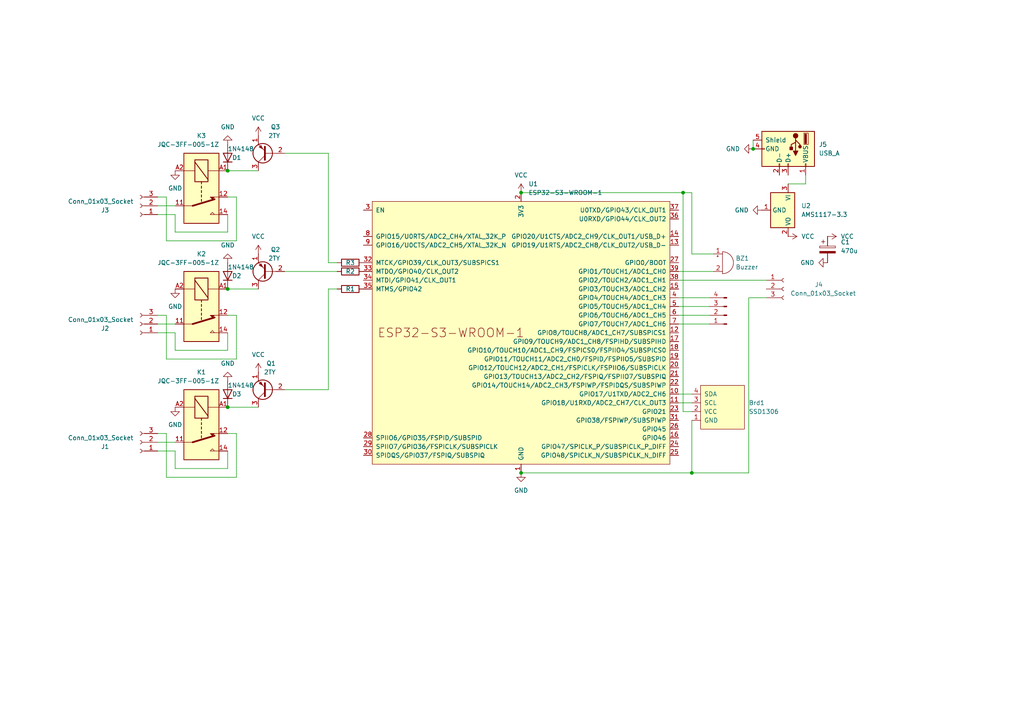
<source format=kicad_sch>
(kicad_sch (version 20250114) (generator "eeschema") (generator_version "9.0")
  (paper "A4")
  (lib_symbols
    (symbol "Connector:Conn_01x03_Socket" (pin_names (offset 1.016) (hide yes))
      (property "Reference" "J" (at 0 5.08 0))
      (property "Value" "Conn_01x03_Socket" (at 0 -5.08 0))
      (symbol "Conn_01x03_Socket_1_1"
        (polyline (pts (xy -1.27 2.54) (xy -0.508 2.54)) (stroke (width 0.1524)))
        (polyline (pts (xy -1.27 0) (xy -0.508 0)) (stroke (width 0.1524)))
        (polyline (pts (xy -1.27 -2.54) (xy -0.508 -2.54)) (stroke (width 0.1524)))
        (arc (start 0 2.032) (mid -0.5058 2.54) (end 0 3.048) (stroke (width 0.1524)))
        (arc (start 0 -0.508) (mid -0.5058 0) (end 0 0.508) (stroke (width 0.1524)))
        (arc (start 0 -3.048) (mid -0.5058 -2.54) (end 0 -2.032) (stroke (width 0.1524)))
        (pin passive line (at -5.08 2.54 0) (length 3.81) (name "Pin_1") (number "1"))
        (pin passive line (at -5.08 0 0) (length 3.81) (name "Pin_2") (number "2"))
        (pin passive line (at -5.08 -2.54 0) (length 3.81) (name "Pin_3") (number "3"))
      )
    )
    (symbol "Connector:Conn_01x04_Pin" (pin_names (offset 1.016) (hide yes))
      (property "Reference" "J" (at 0 5.08 0))
      (property "Value" "Conn_01x04_Pin" (at 0 -7.62 0))
      (symbol "Conn_01x04_Pin_1_1"
        (rectangle (start 0.8636 2.667) (end 0 2.413) (stroke (width 0.1524)) (fill (type outline)))
        (rectangle (start 0.8636 0.127) (end 0 -0.127) (stroke (width 0.1524)) (fill (type outline)))
        (rectangle (start 0.8636 -2.413) (end 0 -2.667) (stroke (width 0.1524)) (fill (type outline)))
        (rectangle (start 0.8636 -4.953) (end 0 -5.207) (stroke (width 0.1524)) (fill (type outline)))
        (polyline (pts (xy 1.27 2.54) (xy 0.8636 2.54)) (stroke (width 0.1524)))
        (polyline (pts (xy 1.27 0) (xy 0.8636 0)) (stroke (width 0.1524)))
        (polyline (pts (xy 1.27 -2.54) (xy 0.8636 -2.54)) (stroke (width 0.1524)))
        (polyline (pts (xy 1.27 -5.08) (xy 0.8636 -5.08)) (stroke (width 0.1524)))
        (pin passive line (at 5.08 2.54 180) (length 3.81) (name "Pin_1") (number "1"))
        (pin passive line (at 5.08 0 180) (length 3.81) (name "Pin_2") (number "2"))
        (pin passive line (at 5.08 -2.54 180) (length 3.81) (name "Pin_3") (number "3"))
        (pin passive line (at 5.08 -5.08 180) (length 3.81) (name "Pin_4") (number "4"))
      )
    )
    (symbol "Connector:USB_A" (pin_names (offset 1.016))
      (property "Reference" "J" (at -5.08 11.43 0))
      (property "Value" "USB_A" (at -5.08 8.89 0))
      (symbol "USB_A_0_1"
        (rectangle (start -5.08 -7.62) (end 5.08 7.62) (stroke (width 0.254)) (fill (type background)))
        (circle (center -3.81 2.159) (radius 0.635) (stroke (width 0.254)) (fill (type outline)))
        (polyline (pts (xy -3.175 2.159) (xy -2.54 2.159) (xy -1.27 3.429) (xy -0.635 3.429)) (stroke (width 0.254)))
        (polyline (pts (xy -2.54 2.159) (xy -1.905 2.159) (xy -1.27 0.889) (xy 0 0.889)) (stroke (width 0.254)))
        (rectangle (start -1.524 4.826) (end -4.318 5.334) (fill (type outline)))
        (rectangle (start -1.27 4.572) (end -4.572 5.842))
        (circle (center -0.635 3.429) (radius 0.381) (stroke (width 0.254)) (fill (type outline)))
        (rectangle (start -0.127 -7.62) (end 0.127 -6.858))
        (rectangle (start 0.254 1.27) (end -0.508 0.508) (stroke (width 0.254)) (fill (type outline)))
        (polyline (pts (xy 0.635 2.794) (xy 0.635 1.524) (xy 1.905 2.159) (xy 0.635 2.794)) (stroke (width 0.254)) (fill (type outline)))
        (rectangle (start 5.08 4.953) (end 4.318 5.207))
        (rectangle (start 5.08 -0.127) (end 4.318 0.127))
        (rectangle (start 5.08 -2.667) (end 4.318 -2.413))
      )
      (symbol "USB_A_1_1"
        (polyline (pts (xy -1.905 2.159) (xy 0.635 2.159)) (stroke (width 0.254)))
        (pin passive line (at -2.54 -10.16 90) (length 2.54) (name "Shield") (number "5"))
        (pin power_in line (at 0 -10.16 90) (length 2.54) (name "GND") (number "4"))
        (pin power_in line (at 7.62 5.08 180) (length 2.54) (name "VBUS") (number "1"))
        (pin bidirectional line (at 7.62 0 180) (length 2.54) (name "D+") (number "3"))
        (pin bidirectional line (at 7.62 -2.54 180) (length 2.54) (name "D-") (number "2"))
      )
    )
    (symbol "Device:Buzzer" (pin_names (offset 0.0254) (hide yes))
      (property "Reference" "BZ" (at 3.81 1.27 0))
      (property "Value" "Buzzer" (at 3.81 -1.27 0))
      (symbol "Buzzer_0_1"
        (polyline (pts (xy -1.651 1.905) (xy -1.143 1.905)))
        (polyline (pts (xy -1.397 2.159) (xy -1.397 1.651)))
        (arc (start 0 3.175) (mid 3.1612 0) (end 0 -3.175))
        (polyline (pts (xy 0 3.175) (xy 0 -3.175)))
      )
      (symbol "Buzzer_1_1"
        (pin passive line (at -2.54 2.54 0) (length 2.54) (name "+") (number "1"))
        (pin passive line (at -2.54 -2.54 0) (length 2.54) (name "-") (number "2"))
      )
    )
    (symbol "Device:C_Polarized" (pin_numbers (hide yes)) (pin_names (offset 0.254))
      (property "Reference" "C" (at 0.635 2.54 0))
      (property "Value" "C_Polarized" (at 0.635 -2.54 0))
      (symbol "C_Polarized_0_1"
        (rectangle (start -2.286 0.508) (end 2.286 1.016))
        (polyline (pts (xy -1.778 2.286) (xy -0.762 2.286)))
        (polyline (pts (xy -1.27 2.794) (xy -1.27 1.778)))
        (rectangle (start 2.286 -0.508) (end -2.286 -1.016) (fill (type outline)))
      )
      (symbol "C_Polarized_1_1"
        (pin passive line (at 0 3.81 270) (length 2.794) (name "~") (number "1"))
        (pin passive line (at 0 -3.81 90) (length 2.794) (name "~") (number "2"))
      )
    )
    (symbol "Device:R" (pin_numbers (hide yes)) (pin_names (offset 0))
      (property "Reference" "R" (at 2.032 0 90))
      (property "Value" "R" (at 0 0 90))
      (symbol "R_0_1"
        (rectangle (start -1.016 -2.54) (end 1.016 2.54) (stroke (width 0.254)))
      )
      (symbol "R_1_1"
        (pin passive line (at 0 3.81 270) (length 1.27) (name "~") (number "1"))
        (pin passive line (at 0 -3.81 90) (length 1.27) (name "~") (number "2"))
      )
    )
    (symbol "Diode:1N4148W" (pin_numbers (hide yes)) (pin_names (hide yes))
      (property "Reference" "D" (at 0 2.54 0))
      (property "Value" "1N4148W" (at 0 -2.54 0))
      (symbol "1N4148W_0_1"
        (polyline (pts (xy -1.27 1.27) (xy -1.27 -1.27)) (stroke (width 0.254)))
        (polyline (pts (xy 1.27 1.27) (xy 1.27 -1.27) (xy -1.27 0) (xy 1.27 1.27)) (stroke (width 0.254)))
        (polyline (pts (xy 1.27 0) (xy -1.27 0)))
      )
      (symbol "1N4148W_1_1"
        (pin passive line (at -3.81 0 0) (length 2.54) (name "K") (number "1"))
        (pin passive line (at 3.81 0 180) (length 2.54) (name "A") (number "2"))
      )
    )
    (symbol "PCM_Espressif:ESP32-S3-WROOM-1" (pin_names (offset 1.016))
      (property "Reference" "U" (at -43.18 43.18 0))
      (property "Value" "ESP32-S3-WROOM-1" (at -43.18 40.64 0))
      (symbol "ESP32-S3-WROOM-1_0_0"
        (text "ESP32-S3-WROOM-1" (at -20.32 0 0) (effects (font (size 2.54 2.54))))
        (pin input line (at -45.72 35.56 0) (length 2.54) (name "EN") (number "3"))
        (pin bidirectional line (at -45.72 27.94 0) (length 2.54) (name "GPIO15/U0RTS/ADC2_CH4/XTAL_32K_P") (number "8"))
        (pin bidirectional line (at -45.72 25.4 0) (length 2.54) (name "GPIO16/U0CTS/ADC2_CH5/XTAL_32K_N") (number "9"))
        (pin bidirectional line (at -45.72 20.32 0) (length 2.54) (name "MTCK/GPIO39/CLK_OUT3/SUBSPICS1") (number "32"))
        (pin bidirectional line (at -45.72 17.78 0) (length 2.54) (name "MTDO/GPIO40/CLK_OUT2") (number "33"))
        (pin bidirectional line (at -45.72 15.24 0) (length 2.54) (name "MTDI/GPIO41/CLK_OUT1") (number "34"))
        (pin bidirectional line (at -45.72 12.7 0) (length 2.54) (name "MTMS/GPIO42") (number "35"))
        (pin bidirectional line (at -45.72 -30.48 0) (length 2.54) (name "SPIIO6/GPIO35/FSPID/SUBSPID") (number "28"))
        (pin bidirectional line (at -45.72 -33.02 0) (length 2.54) (name "SPIIO7/GPIO36/FSPICLK/SUBSPICLK") (number "29"))
        (pin bidirectional line (at -45.72 -35.56 0) (length 2.54) (name "SPIDQS/GPIO37/FSPIQ/SUBSPIQ") (number "30"))
        (pin power_in line (at 0 40.64 270) (length 2.54) (name "3V3") (number "2"))
        (pin power_in line (at 0 -40.64 90) (length 2.54) (name "GND") (number "1"))
        (pin passive line (at 0 -40.64 90) (length 2.54) (hide yes) (name "GND") (number "40"))
        (pin passive line (at 0 -40.64 90) (length 2.54) (hide yes) (name "GND") (number "41"))
        (pin bidirectional line (at 45.72 35.56 180) (length 2.54) (name "U0TXD/GPIO43/CLK_OUT1") (number "37"))
        (pin bidirectional line (at 45.72 33.02 180) (length 2.54) (name "U0RXD/GPIO44/CLK_OUT2") (number "36"))
        (pin bidirectional line (at 45.72 27.94 180) (length 2.54) (name "GPIO20/U1CTS/ADC2_CH9/CLK_OUT1/USB_D+") (number "14"))
        (pin bidirectional line (at 45.72 25.4 180) (length 2.54) (name "GPIO19/U1RTS/ADC2_CH8/CLK_OUT2/USB_D-") (number "13"))
        (pin bidirectional line (at 45.72 20.32 180) (length 2.54) (name "GPIO0/BOOT") (number "27"))
        (pin bidirectional line (at 45.72 17.78 180) (length 2.54) (name "GPIO1/TOUCH1/ADC1_CH0") (number "39"))
        (pin bidirectional line (at 45.72 15.24 180) (length 2.54) (name "GPIO2/TOUCH2/ADC1_CH1") (number "38"))
        (pin bidirectional line (at 45.72 12.7 180) (length 2.54) (name "GPIO3/TOUCH3/ADC1_CH2") (number "15"))
        (pin bidirectional line (at 45.72 10.16 180) (length 2.54) (name "GPIO4/TOUCH4/ADC1_CH3") (number "4"))
        (pin bidirectional line (at 45.72 7.62 180) (length 2.54) (name "GPIO5/TOUCH5/ADC1_CH4") (number "5"))
        (pin bidirectional line (at 45.72 5.08 180) (length 2.54) (name "GPIO6/TOUCH6/ADC1_CH5") (number "6"))
        (pin bidirectional line (at 45.72 2.54 180) (length 2.54) (name "GPIO7/TOUCH7/ADC1_CH6") (number "7"))
        (pin bidirectional line (at 45.72 0 180) (length 2.54) (name "GPIO8/TOUCH8/ADC1_CH7/SUBSPICS1") (number "12"))
        (pin bidirectional line (at 45.72 -2.54 180) (length 2.54) (name "GPIO9/TOUCH9/ADC1_CH8/FSPIHD/SUBSPIHD") (number "17"))
        (pin bidirectional line (at 45.72 -5.08 180) (length 2.54) (name "GPIO10/TOUCH10/ADC1_CH9/FSPICS0/FSPIIO4/SUBSPICS0") (number "18"))
        (pin bidirectional line (at 45.72 -7.62 180) (length 2.54) (name "GPIO11/TOUCH11/ADC2_CH0/FSPID/FSPIIO5/SUBSPID") (number "19"))
        (pin bidirectional line (at 45.72 -10.16 180) (length 2.54) (name "GPIO12/TOUCH12/ADC2_CH1/FSPICLK/FSPIIO6/SUBSPICLK") (number "20"))
        (pin bidirectional line (at 45.72 -12.7 180) (length 2.54) (name "GPIO13/TOUCH13/ADC2_CH2/FSPIQ/FSPIIO7/SUBSPIQ") (number "21"))
        (pin bidirectional line (at 45.72 -15.24 180) (length 2.54) (name "GPIO14/TOUCH14/ADC2_CH3/FSPIWP/FSPIDQS/SUBSPIWP") (number "22"))
        (pin bidirectional line (at 45.72 -17.78 180) (length 2.54) (name "GPIO17/U1TXD/ADC2_CH6") (number "10"))
        (pin bidirectional line (at 45.72 -20.32 180) (length 2.54) (name "GPIO18/U1RXD/ADC2_CH7/CLK_OUT3") (number "11"))
        (pin bidirectional line (at 45.72 -22.86 180) (length 2.54) (name "GPIO21") (number "23"))
        (pin bidirectional line (at 45.72 -25.4 180) (length 2.54) (name "GPIO38/FSPIWP/SUBSPIWP") (number "31"))
        (pin bidirectional line (at 45.72 -27.94 180) (length 2.54) (name "GPIO45") (number "26"))
        (pin bidirectional line (at 45.72 -30.48 180) (length 2.54) (name "GPIO46") (number "16"))
        (pin bidirectional line (at 45.72 -33.02 180) (length 2.54) (name "GPIO47/SPICLK_P/SUBSPICLK_P_DIFF") (number "24"))
        (pin bidirectional line (at 45.72 -35.56 180) (length 2.54) (name "GPIO48/SPICLK_N/SUBSPICLK_N_DIFF") (number "25"))
      )
      (symbol "ESP32-S3-WROOM-1_0_1"
        (rectangle (start -43.18 38.1) (end 43.18 -38.1) (fill (type background)))
      )
    )
    (symbol "Regulator_Linear:AMS1117-3.3"
      (property "Reference" "U" (at -3.81 3.175 0))
      (property "Value" "AMS1117-3.3" (at 0 3.175 0))
      (symbol "AMS1117-3.3_0_1"
        (rectangle (start -5.08 -5.08) (end 5.08 1.905) (stroke (width 0.254)) (fill (type background)))
      )
      (symbol "AMS1117-3.3_1_1"
        (pin power_in line (at -7.62 0 0) (length 2.54) (name "VI") (number "3"))
        (pin power_in line (at 0 -7.62 90) (length 2.54) (name "GND") (number "1"))
        (pin power_out line (at 7.62 0 180) (length 2.54) (name "VO") (number "2"))
      )
    )
    (symbol "Relay:JQC-3FF-005-1Z"
      (property "Reference" "K" (at 11.43 3.81 0))
      (property "Value" "JQC-3FF-005-1Z" (at 11.43 1.27 0))
      (symbol "JQC-3FF-005-1Z_0_0"
        (polyline (pts (xy 7.62 5.08) (xy 7.62 2.54) (xy 6.985 3.175) (xy 7.62 3.81)))
      )
      (symbol "JQC-3FF-005-1Z_0_1"
        (rectangle (start -10.16 5.08) (end 10.16 -5.08) (stroke (width 0.254)) (fill (type background)))
        (rectangle (start -8.255 1.905) (end -1.905 -1.905) (stroke (width 0.254)))
        (polyline (pts (xy -7.62 -1.905) (xy -2.54 1.905)) (stroke (width 0.254)))
        (polyline (pts (xy -5.08 5.08) (xy -5.08 1.905)))
        (polyline (pts (xy -5.08 -5.08) (xy -5.08 -1.905)))
        (polyline (pts (xy -1.905 0) (xy -1.27 0)) (stroke (width 0.254)))
        (polyline (pts (xy -0.635 0) (xy 0 0)) (stroke (width 0.254)))
        (polyline (pts (xy 0.635 0) (xy 1.27 0)) (stroke (width 0.254)))
        (polyline (pts (xy 1.905 0) (xy 2.54 0)) (stroke (width 0.254)))
        (polyline (pts (xy 2.54 5.08) (xy 2.54 2.54) (xy 3.175 3.175) (xy 2.54 3.81)) (fill (type outline)))
        (polyline (pts (xy 3.175 0) (xy 3.81 0)) (stroke (width 0.254)))
        (polyline (pts (xy 5.08 -2.54) (xy 3.175 3.81)) (stroke (width 0.508)))
        (polyline (pts (xy 5.08 -2.54) (xy 5.08 -5.08)))
      )
      (symbol "JQC-3FF-005-1Z_1_1"
        (pin passive line (at -5.08 7.62 270) (length 2.54) (name "~") (number "A1"))
        (pin passive line (at -5.08 -7.62 90) (length 2.54) (name "~") (number "A2"))
        (pin passive line (at 2.54 7.62 270) (length 2.54) (name "~") (number "12"))
        (pin passive line (at 5.08 -7.62 90) (length 2.54) (name "~") (number "11"))
        (pin passive line (at 7.62 7.62 270) (length 2.54) (name "~") (number "14"))
      )
    )
    (symbol "SSD1306-128x64_OLED:SSD1306" (pin_names (offset 1.016))
      (property "Reference" "Brd" (at 0 -3.81 0))
      (property "Value" "SSD1306" (at 0 -1.27 0))
      (symbol "SSD1306_0_1"
        (rectangle (start -6.35 6.35) (end 6.35 -6.35) (fill (type background)))
      )
      (symbol "SSD1306_1_1"
        (pin input line (at -3.81 8.89 270) (length 2.54) (name "GND") (number "1"))
        (pin input line (at -1.27 8.89 270) (length 2.54) (name "VCC") (number "2"))
        (pin input line (at 1.27 8.89 270) (length 2.54) (name "SCL") (number "3"))
        (pin input line (at 3.81 8.89 270) (length 2.54) (name "SDA") (number "4"))
      )
    )
    (symbol "Transistor_BJT:S8550" (pin_names (offset 0) (hide yes))
      (property "Reference" "Q" (at 5.08 1.905 0))
      (property "Value" "S8550" (at 5.08 0 0))
      (symbol "S8550_0_1"
        (polyline (pts (xy -2.54 0) (xy 0.635 0)))
        (polyline (pts (xy 0.635 1.905) (xy 0.635 -1.905)) (stroke (width 0.508)))
        (polyline (pts (xy 0.635 0.635) (xy 2.54 2.54)))
        (polyline (pts (xy 0.635 -0.635) (xy 2.54 -2.54)))
        (circle (center 1.27 0) (radius 2.8194) (stroke (width 0.254)))
        (polyline (pts (xy 2.286 -1.778) (xy 1.778 -2.286) (xy 1.27 -1.27) (xy 2.286 -1.778)) (fill (type outline)))
      )
      (symbol "S8550_1_1"
        (pin input line (at -5.08 0 0) (length 2.54) (name "B") (number "2"))
        (pin passive line (at 2.54 5.08 270) (length 2.54) (name "C") (number "3"))
        (pin passive line (at 2.54 -5.08 90) (length 2.54) (name "E") (number "1"))
      )
    )
    (symbol "power:GND" (power) (pin_numbers (hide yes)) (pin_names (offset 0) (hide yes))
      (property "Value" "GND" (at 0 -3.81 0))
      (symbol "GND_0_1"
        (polyline (pts (xy 0 0) (xy 0 -1.27) (xy 1.27 -1.27) (xy 0 -2.54) (xy -1.27 -1.27) (xy 0 -1.27)))
      )
      (symbol "GND_1_1"
        (pin power_in line (at 0 0 270) (length 0) (name "~") (number "1"))
      )
    )
    (symbol "power:VCC" (power) (pin_numbers (hide yes)) (pin_names (offset 0) (hide yes))
      (property "Value" "VCC" (at 0 3.556 0))
      (symbol "VCC_0_1"
        (polyline (pts (xy -0.762 1.27) (xy 0 2.54)))
        (polyline (pts (xy 0 2.54) (xy 0.762 1.27)))
        (polyline (pts (xy 0 0) (xy 0 2.54)))
      )
      (symbol "VCC_1_1"
        (pin power_in line (at 0 0 90) (length 0) (name "~") (number "1"))
      )
    )
  )
  (junction (at 66.04 49.53))
  (junction (at 200.66 137.16))
  (junction (at 218.44 43.18))
  (junction (at 198.12 55.88))
  (junction (at 66.04 118.11))
  (junction (at 151.13 137.16))
  (junction (at 66.04 83.82))
  (junction (at 151.13 55.88))
  (wire (pts (xy 82.55 113.03) (xy 95.25 113.03)))
  (wire (pts (xy 196.85 93.98) (xy 205.74 93.98)))
  (wire (pts (xy 48.26 104.14) (xy 68.58 104.14)))
  (wire (pts (xy 50.8 130.81) (xy 50.8 135.89)))
  (wire (pts (xy 95.25 83.82) (xy 97.79 83.82)))
  (wire (pts (xy 196.85 86.36) (xy 205.74 86.36)))
  (wire (pts (xy 50.8 62.23) (xy 50.8 67.31)))
  (wire (pts (xy 45.72 59.69) (xy 50.8 59.69)))
  (wire (pts (xy 45.72 125.73) (xy 48.26 125.73)))
  (wire (pts (xy 95.25 76.2) (xy 97.79 76.2)))
  (wire (pts (xy 196.85 78.74) (xy 207.01 78.74)))
  (wire (pts (xy 50.8 101.6) (xy 66.04 101.6)))
  (wire (pts (xy 200.66 121.92) (xy 200.66 137.16)))
  (wire (pts (xy 95.25 113.03) (xy 95.25 83.82)))
  (wire (pts (xy 198.12 119.38) (xy 200.66 119.38)))
  (wire (pts (xy 200.66 137.16) (xy 151.13 137.16)))
  (wire (pts (xy 48.26 125.73) (xy 48.26 138.43)))
  (wire (pts (xy 48.26 69.85) (xy 68.58 69.85)))
  (wire (pts (xy 48.26 91.44) (xy 48.26 104.14)))
  (wire (pts (xy 217.17 86.36) (xy 222.25 86.36)))
  (wire (pts (xy 45.72 130.81) (xy 50.8 130.81)))
  (wire (pts (xy 95.25 44.45) (xy 95.25 76.2)))
  (wire (pts (xy 82.55 78.74) (xy 97.79 78.74)))
  (wire (pts (xy 68.58 138.43) (xy 68.58 125.73)))
  (wire (pts (xy 196.85 81.28) (xy 222.25 81.28)))
  (wire (pts (xy 196.85 88.9) (xy 205.74 88.9)))
  (wire (pts (xy 45.72 93.98) (xy 50.8 93.98)))
  (wire (pts (xy 50.8 96.52) (xy 50.8 101.6)))
  (wire (pts (xy 196.85 116.84) (xy 200.66 116.84)))
  (wire (pts (xy 196.85 114.3) (xy 200.66 114.3)))
  (wire (pts (xy 200.66 73.66) (xy 207.01 73.66)))
  (wire (pts (xy 66.04 135.89) (xy 66.04 130.81)))
  (wire (pts (xy 82.55 44.45) (xy 95.25 44.45)))
  (wire (pts (xy 198.12 55.88) (xy 151.13 55.88)))
  (wire (pts (xy 200.66 73.66) (xy 200.66 55.88)))
  (wire (pts (xy 233.68 53.34) (xy 233.68 50.8)))
  (wire (pts (xy 198.12 55.88) (xy 198.12 119.38)))
  (wire (pts (xy 217.17 137.16) (xy 200.66 137.16)))
  (wire (pts (xy 50.8 67.31) (xy 66.04 67.31)))
  (wire (pts (xy 196.85 91.44) (xy 205.74 91.44)))
  (wire (pts (xy 228.6 53.34) (xy 233.68 53.34)))
  (wire (pts (xy 45.72 57.15) (xy 48.26 57.15)))
  (wire (pts (xy 68.58 69.85) (xy 68.58 57.15)))
  (wire (pts (xy 200.66 55.88) (xy 198.12 55.88)))
  (wire (pts (xy 68.58 104.14) (xy 68.58 91.44)))
  (wire (pts (xy 68.58 91.44) (xy 66.04 91.44)))
  (wire (pts (xy 66.04 101.6) (xy 66.04 96.52)))
  (wire (pts (xy 66.04 118.11) (xy 74.93 118.11)))
  (wire (pts (xy 50.8 135.89) (xy 66.04 135.89)))
  (wire (pts (xy 218.44 40.64) (xy 218.44 43.18)))
  (wire (pts (xy 68.58 57.15) (xy 66.04 57.15)))
  (wire (pts (xy 45.72 62.23) (xy 50.8 62.23)))
  (wire (pts (xy 45.72 96.52) (xy 50.8 96.52)))
  (wire (pts (xy 48.26 57.15) (xy 48.26 69.85)))
  (wire (pts (xy 45.72 128.27) (xy 50.8 128.27)))
  (wire (pts (xy 68.58 125.73) (xy 66.04 125.73)))
  (wire (pts (xy 66.04 49.53) (xy 74.93 49.53)))
  (wire (pts (xy 66.04 67.31) (xy 66.04 62.23)))
  (wire (pts (xy 48.26 138.43) (xy 68.58 138.43)))
  (wire (pts (xy 217.17 86.36) (xy 217.17 137.16)))
  (wire (pts (xy 66.04 83.82) (xy 74.93 83.82)))
  (wire (pts (xy 45.72 91.44) (xy 48.26 91.44)))
  (symbol (lib_id "PCM_Espressif:ESP32-S3-WROOM-1") (at 151.13 96.52 0) (unit 1)
    (property "Reference" "U1" (at 153.2733 53.34 0) (effects (justify left)))
    (property "Value" "ESP32-S3-WROOM-1" (at 153.2733 55.88 0) (effects (justify left)))
    (property "Footprint" "PCM_Espressif:ESP32-S3-WROOM-1" (effects (hide yes)))
    (property "Datasheet" "https://www.espressif.com/sites/default/files/documentation/esp32-s3-wroom-1_wroom-1u_datasheet_en.pdf" (effects (hide yes)))
    (property "Description" "2.4 GHz WiFi (802.11 b/g/n) and Bluetooth ® 5 (LE) module Built around ESP32S3 series of SoCs, Xtensa ® dualcore 32bit LX7 microprocessor Flash up to 16 MB, PSRAM up to 8 MB 36 GPIOs, rich set of peripherals Onboard PCB antenna" (effects (hide yes)))
  )
  (symbol (lib_id "power:GND") (at 50.8 83.82 0) (unit 1)
    (property "Reference" "#PWR05" (effects (hide yes)))
    (property "Value" "GND" (at 50.8 88.9 0))
    (property "Description" "Power symbol creates a global label with name \"GND\" , ground" (effects (hide yes)))
  )
  (symbol (lib_id "power:GND") (at 218.44 43.18 270) (unit 1)
    (property "Reference" "#PWR013" (effects (hide yes)))
    (property "Value" "GND" (at 214.63 43.1799 90) (effects (justify right)))
    (property "Description" "Power symbol creates a global label with name \"GND\" , ground" (effects (hide yes)))
  )
  (symbol (lib_id "Diode:1N4148W") (at 66.04 80.01 90) (unit 1)
    (property "Reference" "D2" (at 67.31 80.01 90) (effects (justify right)))
    (property "Value" "1N4148" (at 66.04 77.47 90) (effects (justify right)))
    (property "Footprint" "Diode_SMD:D_SOD-123" (effects (hide yes)))
    (property "Datasheet" "https://www.vishay.com/docs/85748/1n4148w.pdf" (effects (hide yes)))
    (property "Description" "75V 0.15A Fast Switching Diode, SOD-123" (effects (hide yes)))
    (property "Sim.Device" "D" (effects (hide yes)))
    (property "Sim.Pins" "1=K 2=A" (effects (hide yes)))
  )
  (symbol (lib_id "Device:R") (at 101.6 76.2 270) (unit 1)
    (property "Reference" "R3" (at 101.6 76.2 90))
    (property "Value" "242" (effects (hide yes)))
    (property "Footprint" "Resistor_THT:R_Axial_DIN0204_L3.6mm_D1.6mm_P5.08mm_Horizontal" (effects (hide yes)))
    (property "Description" "Resistor" (effects (hide yes)))
  )
  (symbol (lib_id "Regulator_Linear:AMS1117-3.3") (at 228.6 60.96 270) (unit 1)
    (property "Reference" "U2" (at 232.41 59.6899 90) (effects (justify left)))
    (property "Value" "AMS1117-3.3" (at 232.41 62.2299 90) (effects (justify left)))
    (property "Footprint" "Package_TO_SOT_SMD:SOT-89-3_Handsoldering" (effects (hide yes)))
    (property "Datasheet" "http://www.advanced-monolithic.com/pdf/ds1117.pdf" (effects (hide yes)))
    (property "Description" "1A Low Dropout regulator, positive, 3.3V fixed output, SOT-223" (effects (hide yes)))
  )
  (symbol (lib_id "power:GND") (at 220.98 60.96 270) (unit 1)
    (property "Reference" "#PWR014" (effects (hide yes)))
    (property "Value" "GND" (at 217.17 60.9599 90) (effects (justify right)))
    (property "Description" "Power symbol creates a global label with name \"GND\" , ground" (effects (hide yes)))
  )
  (symbol (lib_id "Connector:Conn_01x04_Pin") (at 210.82 91.44 180) (unit 1)
    (property "Reference" "Jtouch1" (effects (hide yes)))
    (property "Value" "Conn_01x04_Pin" (effects (hide yes)))
    (property "Footprint" "Connector_PinHeader_2.54mm:PinHeader_1x04_P2.54mm_Vertical" (effects (hide yes)))
    (property "Description" "Generic connector, single row, 01x04, script generated" (effects (hide yes)))
  )
  (symbol (lib_id "Transistor_BJT:S8550") (at 77.47 44.45 180) (unit 1)
    (property "Reference" "Q3" (at 81.28 36.83 0) (effects (justify left)))
    (property "Value" "2TY" (at 81.28 39.37 0) (effects (justify left)))
    (property "Footprint" "Package_TO_SOT_SMD:SOT-23" (effects (hide yes)))
    (property "Datasheet" "http://www.unisonic.com.tw/datasheet/S8550.pdf" (effects (hide yes)))
    (property "Description" "0.7A Ic, 20V Vce, Low Voltage High Current PNP Transistor, TO-92" (effects (hide yes)))
  )
  (symbol (lib_id "power:GND") (at 66.04 76.2 180) (unit 1)
    (property "Reference" "#PWR010" (effects (hide yes)))
    (property "Value" "GND" (at 66.04 71.12 0))
    (property "Description" "Power symbol creates a global label with name \"GND\" , ground" (effects (hide yes)))
  )
  (symbol (lib_id "Relay:JQC-3FF-005-1Z") (at 58.42 88.9 270) (unit 1)
    (property "Reference" "K2" (at 58.42 73.66 90))
    (property "Value" "JQC-3FF-005-1Z" (at 54.61 76.2 90))
    (property "Footprint" "Relay_THT:Relay_SPDT_Hongfa_JQC-3FF_0XX-1Z" (effects (hide yes)))
    (property "Datasheet" "https://www.digikey.com/htmldatasheets/production/2071105/0/0/1/JQC-3FF.pdf" (effects (hide yes)))
    (property "Description" "Subminiature High Power SPDT Relay, 5V Coil nom. 0.36W, 10A switching current, max 10A@277VAC/28VDC" (effects (hide yes)))
  )
  (symbol (lib_id "Device:Buzzer") (at 209.55 76.2 0) (unit 1)
    (property "Reference" "BZ1" (at 213.36 74.9299 0) (effects (justify left)))
    (property "Value" "Buzzer" (at 213.36 77.4699 0) (effects (justify left)))
    (property "Footprint" "Buzzer_Beeper:Buzzer_15x7.5RM7.6" (effects (hide yes)))
    (property "Description" "Buzzer, polarized" (effects (hide yes)))
  )
  (symbol (lib_id "Connector:Conn_01x03_Socket") (at 40.64 128.27 180) (unit 1)
    (property "Reference" "J1" (at 30.48 129.54 0))
    (property "Value" "Conn_01x03_Socket" (at 29.21 127 0))
    (property "Footprint" "TerminalBlock_MetzConnect:TerminalBlock_MetzConnect_Type094_RT03503HBLU_1x03_P5.00mm_Horizontal" (effects (hide yes)))
    (property "Description" "Generic connector, single row, 01x03, script generated" (effects (hide yes)))
  )
  (symbol (lib_id "SSD1306-128x64_OLED:SSD1306") (at 209.55 118.11 90) (unit 1)
    (property "Reference" "Brd1" (at 217.17 116.8399 90) (effects (justify right)))
    (property "Value" "SSD1306" (at 217.17 119.3799 90) (effects (justify right)))
    (property "Footprint" "SSD1306:128x64OLED" (effects (hide yes)))
    (property "Description" "SSD1306 OLED" (effects (hide yes)))
  )
  (symbol (lib_id "Diode:1N4148W") (at 66.04 114.3 90) (unit 1)
    (property "Reference" "D3" (at 67.31 114.3 90) (effects (justify right)))
    (property "Value" "1N4148" (at 66.04 111.76 90) (effects (justify right)))
    (property "Footprint" "Diode_SMD:D_SOD-123" (effects (hide yes)))
    (property "Datasheet" "https://www.vishay.com/docs/85748/1n4148w.pdf" (effects (hide yes)))
    (property "Description" "75V 0.15A Fast Switching Diode, SOD-123" (effects (hide yes)))
    (property "Sim.Device" "D" (effects (hide yes)))
    (property "Sim.Pins" "1=K 2=A" (effects (hide yes)))
  )
  (symbol (lib_id "power:GND") (at 66.04 110.49 180) (unit 1)
    (property "Reference" "#PWR011" (effects (hide yes)))
    (property "Value" "GND" (at 66.04 105.41 0))
    (property "Description" "Power symbol creates a global label with name \"GND\" , ground" (effects (hide yes)))
  )
  (symbol (lib_id "Connector:Conn_01x03_Socket") (at 40.64 93.98 180) (unit 1)
    (property "Reference" "J2" (at 30.48 95.25 0))
    (property "Value" "Conn_01x03_Socket" (at 29.21 92.71 0))
    (property "Footprint" "TerminalBlock_MetzConnect:TerminalBlock_MetzConnect_Type094_RT03503HBLU_1x03_P5.00mm_Horizontal" (effects (hide yes)))
    (property "Description" "Generic connector, single row, 01x03, script generated" (effects (hide yes)))
  )
  (symbol (lib_id "Device:R") (at 101.6 78.74 270) (unit 1)
    (property "Reference" "R2" (at 101.6 78.74 90))
    (property "Value" "242" (effects (hide yes)))
    (property "Footprint" "Resistor_THT:R_Axial_DIN0204_L3.6mm_D1.6mm_P5.08mm_Horizontal" (effects (hide yes)))
    (property "Description" "Resistor" (effects (hide yes)))
  )
  (symbol (lib_id "Diode:1N4148W") (at 66.04 45.72 90) (unit 1)
    (property "Reference" "D1" (at 67.31 45.72 90) (effects (justify right)))
    (property "Value" "1N4148" (at 66.04 43.18 90) (effects (justify right)))
    (property "Footprint" "Diode_SMD:D_SOD-123" (effects (hide yes)))
    (property "Datasheet" "https://www.vishay.com/docs/85748/1n4148w.pdf" (effects (hide yes)))
    (property "Description" "75V 0.15A Fast Switching Diode, SOD-123" (effects (hide yes)))
    (property "Sim.Device" "D" (effects (hide yes)))
    (property "Sim.Pins" "1=K 2=A" (effects (hide yes)))
  )
  (symbol (lib_id "power:VCC") (at 240.03 68.58 270) (unit 1)
    (property "Reference" "#PWR015" (effects (hide yes)))
    (property "Value" "VCC" (at 243.84 68.5799 90) (effects (justify left)))
    (property "Description" "Power symbol creates a global label with name \"VCC\"" (effects (hide yes)))
  )
  (symbol (lib_id "power:VCC") (at 151.13 55.88 0) (unit 1)
    (property "Reference" "#PWR04" (effects (hide yes)))
    (property "Value" "VCC" (at 151.13 50.8 0))
    (property "Description" "Power symbol creates a global label with name \"VCC\"" (effects (hide yes)))
  )
  (symbol (lib_id "Connector:Conn_01x03_Socket") (at 40.64 59.69 180) (unit 1)
    (property "Reference" "J3" (at 30.48 60.96 0))
    (property "Value" "Conn_01x03_Socket" (at 29.21 58.42 0))
    (property "Footprint" "TerminalBlock_MetzConnect:TerminalBlock_MetzConnect_Type094_RT03503HBLU_1x03_P5.00mm_Horizontal" (effects (hide yes)))
    (property "Description" "Generic connector, single row, 01x03, script generated" (effects (hide yes)))
  )
  (symbol (lib_id "power:GND") (at 151.13 137.16 0) (unit 1)
    (property "Reference" "#PWR03" (effects (hide yes)))
    (property "Value" "GND" (at 151.13 142.24 0))
    (property "Description" "Power symbol creates a global label with name \"GND\" , ground" (effects (hide yes)))
  )
  (symbol (lib_id "Relay:JQC-3FF-005-1Z") (at 58.42 54.61 270) (unit 1)
    (property "Reference" "K3" (at 58.42 39.37 90))
    (property "Value" "JQC-3FF-005-1Z" (at 54.61 41.91 90))
    (property "Footprint" "Relay_THT:Relay_SPDT_Hongfa_JQC-3FF_0XX-1Z" (effects (hide yes)))
    (property "Datasheet" "https://www.digikey.com/htmldatasheets/production/2071105/0/0/1/JQC-3FF.pdf" (effects (hide yes)))
    (property "Description" "Subminiature High Power SPDT Relay, 5V Coil nom. 0.36W, 10A switching current, max 10A@277VAC/28VDC" (effects (hide yes)))
  )
  (symbol (lib_id "Transistor_BJT:S8550") (at 77.47 78.74 180) (unit 1)
    (property "Reference" "Q2" (at 81.28 72.39 0) (effects (justify left)))
    (property "Value" "2TY" (at 81.28 74.93 0) (effects (justify left)))
    (property "Footprint" "Package_TO_SOT_SMD:SOT-23" (effects (hide yes)))
    (property "Datasheet" "http://www.unisonic.com.tw/datasheet/S8550.pdf" (effects (hide yes)))
    (property "Description" "0.7A Ic, 20V Vce, Low Voltage High Current PNP Transistor, TO-92" (effects (hide yes)))
  )
  (symbol (lib_id "Device:C_Polarized") (at 240.03 72.39 0) (unit 1)
    (property "Reference" "C1" (at 243.84 70.2309 0) (effects (justify left)))
    (property "Value" "470u" (at 243.84 72.7709 0) (effects (justify left)))
    (property "Footprint" "Capacitor_THT:CP_Radial_D8.0mm_P5.00mm" (effects (hide yes)))
    (property "Description" "Polarized capacitor" (effects (hide yes)))
  )
  (symbol (lib_id "power:GND") (at 66.04 41.91 180) (unit 1)
    (property "Reference" "#PWR09" (effects (hide yes)))
    (property "Value" "GND" (at 66.04 36.83 0))
    (property "Description" "Power symbol creates a global label with name \"GND\" , ground" (effects (hide yes)))
  )
  (symbol (lib_id "power:VCC") (at 74.93 39.37 0) (unit 1)
    (property "Reference" "#PWR08" (effects (hide yes)))
    (property "Value" "VCC" (at 74.93 34.29 0))
    (property "Description" "Power symbol creates a global label with name \"VCC\"" (effects (hide yes)))
  )
  (symbol (lib_id "Device:R") (at 101.6 83.82 270) (unit 1)
    (property "Reference" "R1" (at 101.6 83.82 90))
    (property "Value" "242" (effects (hide yes)))
    (property "Footprint" "Resistor_THT:R_Axial_DIN0204_L3.6mm_D1.6mm_P5.08mm_Horizontal" (effects (hide yes)))
    (property "Description" "Resistor" (effects (hide yes)))
  )
  (symbol (lib_id "Transistor_BJT:S8550") (at 77.47 113.03 180) (unit 1)
    (property "Reference" "Q1" (at 80.01 105.41 0) (effects (justify left)))
    (property "Value" "2TY" (at 80.01 107.95 0) (effects (justify left)))
    (property "Footprint" "Package_TO_SOT_SMD:SOT-23" (effects (hide yes)))
    (property "Datasheet" "http://www.unisonic.com.tw/datasheet/S8550.pdf" (effects (hide yes)))
    (property "Description" "0.7A Ic, 20V Vce, Low Voltage High Current PNP Transistor, TO-92" (effects (hide yes)))
  )
  (symbol (lib_id "power:VCC") (at 228.6 68.58 270) (unit 1)
    (property "Reference" "#PWR012" (effects (hide yes)))
    (property "Value" "VCC" (at 232.41 68.5799 90) (effects (justify left)))
    (property "Description" "Power symbol creates a global label with name \"VCC\"" (effects (hide yes)))
  )
  (symbol (lib_id "power:GND") (at 50.8 118.11 0) (unit 1)
    (property "Reference" "#PWR02" (effects (hide yes)))
    (property "Value" "GND" (at 50.8 123.19 0))
    (property "Description" "Power symbol creates a global label with name \"GND\" , ground" (effects (hide yes)))
  )
  (symbol (lib_id "power:VCC") (at 74.93 107.95 0) (unit 1)
    (property "Reference" "#PWR01" (effects (hide yes)))
    (property "Value" "VCC" (at 74.93 102.87 0))
    (property "Description" "Power symbol creates a global label with name \"VCC\"" (effects (hide yes)))
  )
  (symbol (lib_id "Connector:Conn_01x03_Socket") (at 227.33 83.82 0) (unit 1)
    (property "Reference" "J4" (at 237.49 82.55 0))
    (property "Value" "Conn_01x03_Socket" (at 238.76 85.09 0))
    (property "Footprint" "TerminalBlock_MetzConnect:TerminalBlock_MetzConnect_Type094_RT03503HBLU_1x03_P5.00mm_Horizontal" (effects (hide yes)))
    (property "Description" "Generic connector, single row, 01x03, script generated" (effects (hide yes)))
  )
  (symbol (lib_id "power:GND") (at 50.8 49.53 0) (unit 1)
    (property "Reference" "#PWR07" (effects (hide yes)))
    (property "Value" "GND" (at 50.8 54.61 0))
    (property "Description" "Power symbol creates a global label with name \"GND\" , ground" (effects (hide yes)))
  )
  (symbol (lib_id "Connector:USB_A") (at 228.6 43.18 270) (unit 1)
    (property "Reference" "J5" (at 237.49 41.9099 90) (effects (justify left)))
    (property "Value" "USB_A" (at 237.49 44.4499 90) (effects (justify left)))
    (property "Footprint" "Connector_USB:USB_A_Stewart_SS-52100-001_Horizontal" (effects (hide yes)))
    (property "Description" "USB Type A connector" (effects (hide yes)))
  )
  (symbol (lib_id "Relay:JQC-3FF-005-1Z") (at 58.42 123.19 270) (unit 1)
    (property "Reference" "K1" (at 58.42 107.95 90))
    (property "Value" "JQC-3FF-005-1Z" (at 54.61 110.49 90))
    (property "Footprint" "Relay_THT:Relay_SPDT_Hongfa_JQC-3FF_0XX-1Z" (effects (hide yes)))
    (property "Datasheet" "https://www.digikey.com/htmldatasheets/production/2071105/0/0/1/JQC-3FF.pdf" (effects (hide yes)))
    (property "Description" "Subminiature High Power SPDT Relay, 5V Coil nom. 0.36W, 10A switching current, max 10A@277VAC/28VDC" (effects (hide yes)))
  )
  (symbol (lib_id "power:VCC") (at 74.93 73.66 0) (unit 1)
    (property "Reference" "#PWR06" (effects (hide yes)))
    (property "Value" "VCC" (at 74.93 68.58 0))
    (property "Description" "Power symbol creates a global label with name \"VCC\"" (effects (hide yes)))
  )
  (symbol (lib_id "power:GND") (at 240.03 76.2 270) (unit 1)
    (property "Reference" "#PWR016" (effects (hide yes)))
    (property "Value" "GND" (at 236.22 76.1999 90) (effects (justify right)))
    (property "Description" "Power symbol creates a global label with name \"GND\" , ground" (effects (hide yes)))
  )
)
</source>
